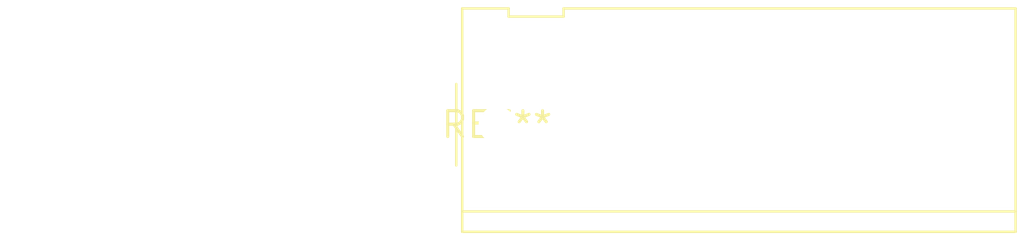
<source format=kicad_pcb>
(kicad_pcb (version 20240108) (generator pcbnew)
  (layers (0 "F.Cu" signal) (31 "B.Cu" signal) (34 "B.Paste" user) (35 "F.Paste" user) (36 "B.SilkS" user "B.Silkscreen") (37 "F.SilkS" user "F.Silkscreen") (38 "B.Mask" user) (39 "F.Mask" user) (44 "Edge.Cuts" user))
  (net 0 "")
  (footprint "Molex_KK-396_5273-07A_1x07_P3.96mm_Vertical" (layer "F.Cu") (at 0 0)
    (property "Reference" "REF**")
    (property "Value" "Molex_KK-396_5273-07A_1x07_P3.96mm_Vertical")
    (fp_line (start -2 -2) (end -2 2) (layer "F.SilkS") (stroke (width 0.12)))
    (fp_line (start -1.71 -5.71) (end 0.57 -5.71) (layer "F.SilkS") (stroke (width 0.12)))
    (fp_line (start -1.71 4.26) (end -1.71 -5.71) (layer "F.SilkS") (stroke (width 0.12)))
    (fp_line (start -1.71 4.26) (end 25.47 4.26) (layer "F.SilkS") (stroke (width 0.12)))
    (fp_line (start -1.71 5.26) (end -1.71 4.26) (layer "F.SilkS") (stroke (width 0.12)))
    (fp_line (start 0.57 -5.71) (end 0.57 -5.31) (layer "F.SilkS") (stroke (width 0.12)))
    (fp_line (start 0.57 -5.31) (end 3.27 -5.31) (layer "F.SilkS") (stroke (width 0.12)))
    (fp_line (start 3.27 -5.71) (end 25.47 -5.71) (layer "F.SilkS") (stroke (width 0.12)))
    (fp_line (start 3.27 -5.31) (end 3.27 -5.71) (layer "F.SilkS") (stroke (width 0.12)))
    (fp_line (start 25.47 -5.71) (end 25.47 5.26) (layer "F.SilkS") (stroke (width 0.12)))
    (fp_line (start 25.47 5.26) (end -1.71 5.26) (layer "F.SilkS") (stroke (width 0.12)))
    (pad "1" thru_hole roundrect (at 0 0) (size 3.16 4.2) (drill 1.8) (layers *.Cu *.Mask) (remove_unused_layers) (roundrect_rratio 0.079114))
    (pad "2" thru_hole oval (at 3.96 0) (size 3.16 4.2) (drill 1.8) (layers *.Cu *.Mask) (remove_unused_layers))
    (pad "3" thru_hole oval (at 7.92 0) (size 3.16 4.2) (drill 1.8) (layers *.Cu *.Mask) (remove_unused_layers))
    (pad "4" thru_hole oval (at 11.88 0) (size 3.16 4.2) (drill 1.8) (layers *.Cu *.Mask) (remove_unused_layers))
    (pad "5" thru_hole oval (at 15.84 0) (size 3.16 4.2) (drill 1.8) (layers *.Cu *.Mask) (remove_unused_layers))
    (pad "6" thru_hole oval (at 19.8 0) (size 3.16 4.2) (drill 1.8) (layers *.Cu *.Mask) (remove_unused_layers))
    (pad "7" thru_hole oval (at 23.76 0) (size 3.16 4.2) (drill 1.8) (layers *.Cu *.Mask) (remove_unused_layers))
  )
)
</source>
